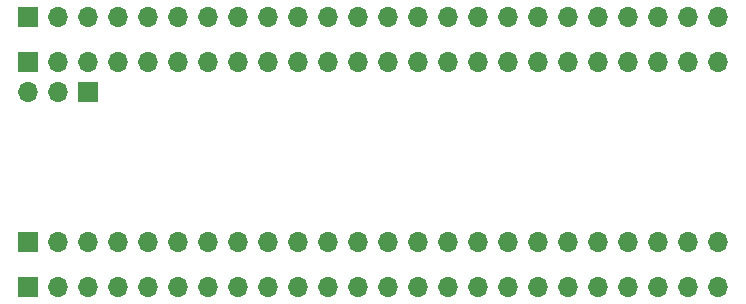
<source format=gbr>
%TF.GenerationSoftware,KiCad,Pcbnew,8.0.1*%
%TF.CreationDate,2024-03-31T10:02:36+09:00*%
%TF.ProjectId,TangNano9k5V,54616e67-4e61-46e6-9f39-6b35562e6b69,rev?*%
%TF.SameCoordinates,Original*%
%TF.FileFunction,Soldermask,Bot*%
%TF.FilePolarity,Negative*%
%FSLAX46Y46*%
G04 Gerber Fmt 4.6, Leading zero omitted, Abs format (unit mm)*
G04 Created by KiCad (PCBNEW 8.0.1) date 2024-03-31 10:02:36*
%MOMM*%
%LPD*%
G01*
G04 APERTURE LIST*
%ADD10R,1.700000X1.700000*%
%ADD11O,1.700000X1.700000*%
G04 APERTURE END LIST*
D10*
%TO.C,J3*%
X2540000Y-2540000D03*
D11*
X5080000Y-2540000D03*
X7620000Y-2540000D03*
X10160000Y-2540000D03*
X12700000Y-2540000D03*
X15240000Y-2540000D03*
X17780000Y-2540000D03*
X20320000Y-2540000D03*
X22860000Y-2540000D03*
X25400000Y-2540000D03*
X27940000Y-2540000D03*
X30480000Y-2540000D03*
X33020000Y-2540000D03*
X35560000Y-2540000D03*
X38100000Y-2540000D03*
X40640000Y-2540000D03*
X43180000Y-2540000D03*
X45720000Y-2540000D03*
X48260000Y-2540000D03*
X50800000Y-2540000D03*
X53340000Y-2540000D03*
X55880000Y-2540000D03*
X58420000Y-2540000D03*
X60960000Y-2540000D03*
%TD*%
D10*
%TO.C,J1*%
X7605000Y-8890000D03*
D11*
X5065000Y-8890000D03*
X2525000Y-8890000D03*
%TD*%
D10*
%TO.C,J2*%
X2540000Y-25400000D03*
D11*
X5080000Y-25400000D03*
X7620000Y-25400000D03*
X10160000Y-25400000D03*
X12700000Y-25400000D03*
X15240000Y-25400000D03*
X17780000Y-25400000D03*
X20320000Y-25400000D03*
X22860000Y-25400000D03*
X25400000Y-25400000D03*
X27940000Y-25400000D03*
X30480000Y-25400000D03*
X33020000Y-25400000D03*
X35560000Y-25400000D03*
X38100000Y-25400000D03*
X40640000Y-25400000D03*
X43180000Y-25400000D03*
X45720000Y-25400000D03*
X48260000Y-25400000D03*
X50800000Y-25400000D03*
X53340000Y-25400000D03*
X55880000Y-25400000D03*
X58420000Y-25400000D03*
X60960000Y-25400000D03*
%TD*%
D10*
%TO.C,J5*%
X2540000Y-6350000D03*
D11*
X5080000Y-6350000D03*
X7620000Y-6350000D03*
X10160000Y-6350000D03*
X12700000Y-6350000D03*
X15240000Y-6350000D03*
X17780000Y-6350000D03*
X20320000Y-6350000D03*
X22860000Y-6350000D03*
X25400000Y-6350000D03*
X27940000Y-6350000D03*
X30480000Y-6350000D03*
X33020000Y-6350000D03*
X35560000Y-6350000D03*
X38100000Y-6350000D03*
X40640000Y-6350000D03*
X43180000Y-6350000D03*
X45720000Y-6350000D03*
X48260000Y-6350000D03*
X50800000Y-6350000D03*
X53340000Y-6350000D03*
X55880000Y-6350000D03*
X58420000Y-6350000D03*
X60960000Y-6350000D03*
%TD*%
D10*
%TO.C,J4*%
X2540000Y-21590000D03*
D11*
X5080000Y-21590000D03*
X7620000Y-21590000D03*
X10160000Y-21590000D03*
X12700000Y-21590000D03*
X15240000Y-21590000D03*
X17780000Y-21590000D03*
X20320000Y-21590000D03*
X22860000Y-21590000D03*
X25400000Y-21590000D03*
X27940000Y-21590000D03*
X30480000Y-21590000D03*
X33020000Y-21590000D03*
X35560000Y-21590000D03*
X38100000Y-21590000D03*
X40640000Y-21590000D03*
X43180000Y-21590000D03*
X45720000Y-21590000D03*
X48260000Y-21590000D03*
X50800000Y-21590000D03*
X53340000Y-21590000D03*
X55880000Y-21590000D03*
X58420000Y-21590000D03*
X60960000Y-21590000D03*
%TD*%
M02*

</source>
